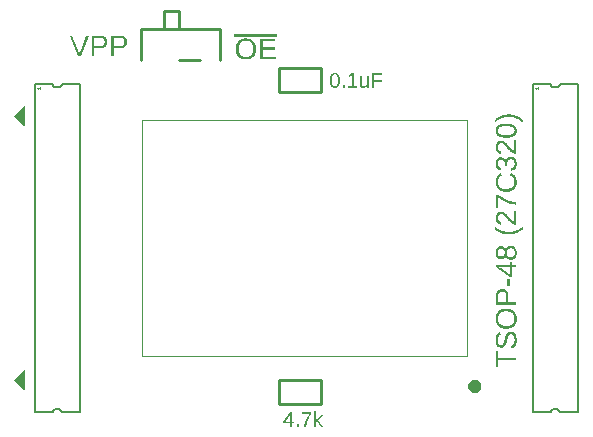
<source format=gbr>
G04 EAGLE Gerber RS-274X export*
G75*
%MOMM*%
%FSLAX34Y34*%
%LPD*%
%INSilkscreen Top*%
%IPPOS*%
%AMOC8*
5,1,8,0,0,1.08239X$1,22.5*%
G01*
G04 Define Apertures*
%ADD10C,0.609600*%
%ADD11C,0.254000*%
%ADD12C,0.203200*%
%ADD13C,0.025400*%
%ADD14C,0.100000*%
G36*
X290322Y278891D02*
X289381Y278501D01*
X280862Y287020D01*
X289381Y295539D01*
X290322Y295149D01*
X290322Y278891D01*
G37*
G36*
X290322Y502411D02*
X289381Y502021D01*
X280862Y510540D01*
X289381Y519059D01*
X290322Y518669D01*
X290322Y502411D01*
G37*
G36*
X697397Y330464D02*
X696886Y330473D01*
X696389Y330499D01*
X695906Y330544D01*
X695437Y330606D01*
X694983Y330685D01*
X694542Y330783D01*
X694116Y330898D01*
X693703Y331031D01*
X693305Y331182D01*
X692921Y331350D01*
X692551Y331536D01*
X692195Y331740D01*
X691854Y331962D01*
X691526Y332201D01*
X691213Y332459D01*
X690914Y332733D01*
X690631Y333024D01*
X690366Y333329D01*
X690120Y333647D01*
X689891Y333979D01*
X689681Y334326D01*
X689490Y334686D01*
X689316Y335060D01*
X689161Y335448D01*
X689024Y335849D01*
X688905Y336265D01*
X688805Y336695D01*
X688723Y337138D01*
X688659Y337596D01*
X688613Y338067D01*
X688586Y338552D01*
X688577Y339051D01*
X688593Y339700D01*
X688642Y340327D01*
X688724Y340931D01*
X688839Y341514D01*
X688986Y342075D01*
X689167Y342615D01*
X689380Y343132D01*
X689626Y343627D01*
X689903Y344098D01*
X690209Y344539D01*
X690546Y344953D01*
X690912Y345337D01*
X691308Y345693D01*
X691734Y346021D01*
X692189Y346320D01*
X692674Y346590D01*
X693185Y346830D01*
X693719Y347038D01*
X694276Y347214D01*
X694855Y347358D01*
X695457Y347470D01*
X696081Y347550D01*
X696728Y347599D01*
X697397Y347615D01*
X698065Y347598D01*
X698711Y347550D01*
X699336Y347469D01*
X699940Y347355D01*
X700523Y347210D01*
X701085Y347031D01*
X701626Y346821D01*
X702145Y346578D01*
X702640Y346305D01*
X703104Y346003D01*
X703540Y345674D01*
X703946Y345316D01*
X704322Y344930D01*
X704669Y344516D01*
X704986Y344073D01*
X705274Y343603D01*
X705529Y343107D01*
X705751Y342590D01*
X705939Y342051D01*
X706092Y341490D01*
X706212Y340907D01*
X706297Y340302D01*
X706348Y339675D01*
X706365Y339027D01*
X706348Y338373D01*
X706298Y337741D01*
X706214Y337133D01*
X706095Y336547D01*
X705944Y335984D01*
X705758Y335444D01*
X705539Y334927D01*
X705286Y334432D01*
X705001Y333964D01*
X704686Y333523D01*
X704341Y333112D01*
X703965Y332729D01*
X703560Y332374D01*
X703125Y332048D01*
X702659Y331751D01*
X702164Y331482D01*
X701642Y331243D01*
X701100Y331037D01*
X700536Y330862D01*
X699951Y330718D01*
X699344Y330607D01*
X698717Y330527D01*
X698068Y330480D01*
X697397Y330464D01*
G37*
%LPC*%
G36*
X697397Y332844D02*
X697799Y332850D01*
X698189Y332869D01*
X698569Y332901D01*
X698939Y332946D01*
X699298Y333004D01*
X699647Y333074D01*
X699985Y333157D01*
X700313Y333253D01*
X700630Y333362D01*
X700936Y333484D01*
X701233Y333618D01*
X701518Y333765D01*
X701794Y333925D01*
X702058Y334098D01*
X702312Y334283D01*
X702556Y334482D01*
X702787Y334691D01*
X703003Y334911D01*
X703204Y335140D01*
X703391Y335380D01*
X703562Y335629D01*
X703719Y335888D01*
X703860Y336158D01*
X703987Y336437D01*
X704099Y336726D01*
X704196Y337025D01*
X704278Y337334D01*
X704345Y337652D01*
X704397Y337981D01*
X704434Y338320D01*
X704456Y338668D01*
X704464Y339027D01*
X704457Y339396D01*
X704435Y339753D01*
X704399Y340100D01*
X704348Y340437D01*
X704284Y340762D01*
X704204Y341076D01*
X704110Y341380D01*
X704002Y341672D01*
X703880Y341954D01*
X703743Y342225D01*
X703591Y342485D01*
X703425Y342734D01*
X703245Y342972D01*
X703050Y343199D01*
X702841Y343416D01*
X702617Y343621D01*
X702381Y343815D01*
X702132Y343996D01*
X701871Y344165D01*
X701599Y344322D01*
X701314Y344466D01*
X701018Y344597D01*
X700710Y344716D01*
X700389Y344822D01*
X700057Y344916D01*
X699713Y344997D01*
X699357Y345066D01*
X698989Y345122D01*
X698609Y345166D01*
X698217Y345197D01*
X697813Y345216D01*
X697397Y345222D01*
X697000Y345216D01*
X696612Y345197D01*
X696236Y345166D01*
X695871Y345121D01*
X695516Y345065D01*
X695173Y344995D01*
X694840Y344913D01*
X694518Y344819D01*
X694206Y344712D01*
X693906Y344592D01*
X693616Y344460D01*
X693337Y344315D01*
X693070Y344157D01*
X692812Y343987D01*
X692566Y343804D01*
X692331Y343609D01*
X692108Y343402D01*
X691899Y343185D01*
X691705Y342957D01*
X691526Y342719D01*
X691360Y342471D01*
X691209Y342212D01*
X691073Y341943D01*
X690951Y341663D01*
X690843Y341373D01*
X690749Y341072D01*
X690670Y340762D01*
X690606Y340440D01*
X690555Y340109D01*
X690519Y339767D01*
X690498Y339414D01*
X690491Y339051D01*
X690498Y338686D01*
X690519Y338330D01*
X690554Y337986D01*
X690604Y337651D01*
X690668Y337328D01*
X690746Y337015D01*
X690838Y336712D01*
X690944Y336420D01*
X691065Y336138D01*
X691200Y335867D01*
X691349Y335607D01*
X691512Y335357D01*
X691689Y335118D01*
X691881Y334889D01*
X692086Y334671D01*
X692306Y334463D01*
X692539Y334267D01*
X692783Y334084D01*
X693038Y333913D01*
X693305Y333755D01*
X693584Y333609D01*
X693873Y333476D01*
X694174Y333356D01*
X694487Y333249D01*
X694811Y333154D01*
X695146Y333071D01*
X695493Y333002D01*
X695851Y332945D01*
X696220Y332901D01*
X696601Y332869D01*
X696994Y332850D01*
X697397Y332844D01*
G37*
%LPD*%
G36*
X697471Y492224D02*
X696393Y492247D01*
X695880Y492275D01*
X695384Y492315D01*
X694906Y492366D01*
X694445Y492428D01*
X694002Y492502D01*
X693576Y492587D01*
X693168Y492684D01*
X692777Y492792D01*
X692403Y492911D01*
X692047Y493042D01*
X691708Y493184D01*
X691387Y493337D01*
X691084Y493502D01*
X690797Y493678D01*
X690528Y493866D01*
X690277Y494068D01*
X690043Y494282D01*
X689826Y494510D01*
X689626Y494751D01*
X689444Y495005D01*
X689279Y495273D01*
X689132Y495553D01*
X689002Y495847D01*
X688889Y496154D01*
X688794Y496474D01*
X688715Y496807D01*
X688655Y497154D01*
X688611Y497513D01*
X688585Y497886D01*
X688577Y498272D01*
X688585Y498648D01*
X688612Y499011D01*
X688656Y499361D01*
X688717Y499699D01*
X688796Y500025D01*
X688892Y500338D01*
X689006Y500639D01*
X689138Y500927D01*
X689287Y501202D01*
X689454Y501465D01*
X689638Y501716D01*
X689840Y501954D01*
X690059Y502179D01*
X690296Y502392D01*
X690550Y502593D01*
X690822Y502781D01*
X691111Y502957D01*
X691417Y503121D01*
X691740Y503275D01*
X692079Y503417D01*
X692436Y503547D01*
X692809Y503667D01*
X693199Y503774D01*
X693607Y503871D01*
X694031Y503956D01*
X694472Y504030D01*
X694929Y504092D01*
X695404Y504144D01*
X696404Y504212D01*
X697471Y504234D01*
X698004Y504228D01*
X698522Y504211D01*
X699023Y504181D01*
X699508Y504139D01*
X699978Y504085D01*
X700431Y504020D01*
X700868Y503942D01*
X701289Y503853D01*
X701695Y503751D01*
X702084Y503638D01*
X702457Y503512D01*
X702815Y503375D01*
X703156Y503226D01*
X703481Y503065D01*
X703790Y502892D01*
X704084Y502707D01*
X704360Y502510D01*
X704618Y502302D01*
X704859Y502083D01*
X705082Y501852D01*
X705287Y501610D01*
X705474Y501357D01*
X705643Y501092D01*
X705795Y500816D01*
X705929Y500529D01*
X706045Y500230D01*
X706143Y499920D01*
X706223Y499598D01*
X706285Y499265D01*
X706330Y498921D01*
X706356Y498565D01*
X706365Y498198D01*
X706356Y497832D01*
X706330Y497476D01*
X706286Y497133D01*
X706224Y496801D01*
X706144Y496480D01*
X706046Y496171D01*
X705931Y495874D01*
X705798Y495588D01*
X705647Y495314D01*
X705479Y495052D01*
X705293Y494801D01*
X705089Y494562D01*
X704867Y494334D01*
X704628Y494118D01*
X704371Y493914D01*
X704096Y493721D01*
X703804Y493539D01*
X703496Y493370D01*
X703171Y493212D01*
X702831Y493066D01*
X702474Y492931D01*
X702100Y492809D01*
X701711Y492698D01*
X701305Y492598D01*
X700883Y492510D01*
X700444Y492434D01*
X699989Y492370D01*
X699518Y492317D01*
X699031Y492277D01*
X698527Y492247D01*
X698007Y492230D01*
X697471Y492224D01*
G37*
%LPC*%
G36*
X697471Y494457D02*
X698360Y494471D01*
X699188Y494513D01*
X699954Y494584D01*
X700658Y494682D01*
X701300Y494809D01*
X701881Y494964D01*
X702400Y495147D01*
X702857Y495358D01*
X703256Y495600D01*
X703603Y495876D01*
X703896Y496184D01*
X704136Y496525D01*
X704322Y496900D01*
X704395Y497100D01*
X704455Y497308D01*
X704502Y497524D01*
X704535Y497749D01*
X704555Y497982D01*
X704562Y498223D01*
X704555Y498463D01*
X704535Y498694D01*
X704501Y498918D01*
X704453Y499133D01*
X704392Y499340D01*
X704317Y499539D01*
X704229Y499730D01*
X704126Y499913D01*
X703881Y500254D01*
X703582Y500562D01*
X703228Y500838D01*
X702820Y501081D01*
X702355Y501294D01*
X701832Y501479D01*
X701251Y501635D01*
X700612Y501762D01*
X699914Y501862D01*
X699158Y501933D01*
X698344Y501975D01*
X697471Y501989D01*
X696568Y501976D01*
X695729Y501935D01*
X694955Y501868D01*
X694245Y501773D01*
X693599Y501651D01*
X693018Y501503D01*
X692501Y501327D01*
X692049Y501124D01*
X691655Y500891D01*
X691313Y500622D01*
X691024Y500318D01*
X690788Y499979D01*
X690604Y499605D01*
X690532Y499405D01*
X690473Y499196D01*
X690427Y498978D01*
X690394Y498751D01*
X690374Y498516D01*
X690368Y498272D01*
X690374Y498022D01*
X690394Y497781D01*
X690426Y497549D01*
X690471Y497326D01*
X690530Y497111D01*
X690601Y496906D01*
X690782Y496522D01*
X691015Y496175D01*
X691299Y495863D01*
X691636Y495586D01*
X692024Y495346D01*
X692471Y495138D01*
X692986Y494957D01*
X693566Y494804D01*
X694214Y494679D01*
X694928Y494582D01*
X695709Y494512D01*
X696557Y494471D01*
X697471Y494457D01*
G37*
%LPD*%
G36*
X701323Y388991D02*
X700908Y389006D01*
X700510Y389051D01*
X700129Y389127D01*
X699765Y389233D01*
X699418Y389369D01*
X699087Y389536D01*
X698774Y389733D01*
X698477Y389960D01*
X698203Y390211D01*
X697957Y390478D01*
X697740Y390763D01*
X697551Y391064D01*
X697390Y391382D01*
X697258Y391717D01*
X697154Y392069D01*
X697078Y392438D01*
X697029Y392438D01*
X696935Y392095D01*
X696815Y391770D01*
X696672Y391463D01*
X696505Y391176D01*
X696313Y390907D01*
X696098Y390656D01*
X695858Y390425D01*
X695594Y390211D01*
X695312Y390020D01*
X695018Y389854D01*
X694712Y389714D01*
X694395Y389599D01*
X694065Y389510D01*
X693724Y389446D01*
X693371Y389408D01*
X693005Y389395D01*
X692523Y389419D01*
X692065Y389488D01*
X691629Y389603D01*
X691217Y389765D01*
X690829Y389973D01*
X690464Y390227D01*
X690122Y390527D01*
X689804Y390874D01*
X689516Y391259D01*
X689267Y391676D01*
X689056Y392125D01*
X688883Y392605D01*
X688749Y393117D01*
X688653Y393661D01*
X688596Y394236D01*
X688577Y394842D01*
X688595Y395464D01*
X688652Y396051D01*
X688746Y396605D01*
X688877Y397126D01*
X689046Y397613D01*
X689253Y398066D01*
X689497Y398486D01*
X689779Y398873D01*
X690093Y399219D01*
X690433Y399519D01*
X690800Y399773D01*
X691193Y399981D01*
X691612Y400143D01*
X692059Y400258D01*
X692531Y400328D01*
X693030Y400351D01*
X693395Y400338D01*
X693748Y400299D01*
X694090Y400235D01*
X694419Y400145D01*
X694737Y400030D01*
X695043Y399888D01*
X695337Y399722D01*
X695619Y399529D01*
X695882Y399314D01*
X696119Y399080D01*
X696140Y399056D01*
X696331Y398828D01*
X696517Y398557D01*
X696678Y398267D01*
X696812Y397958D01*
X696921Y397630D01*
X697005Y397284D01*
X697054Y397284D01*
X697135Y397686D01*
X697243Y398066D01*
X697378Y398422D01*
X697540Y398756D01*
X697729Y399067D01*
X697945Y399354D01*
X698188Y399619D01*
X698406Y399813D01*
X698459Y399860D01*
X698751Y400076D01*
X699062Y400263D01*
X699390Y400421D01*
X699736Y400550D01*
X700100Y400651D01*
X700482Y400723D01*
X700881Y400766D01*
X701299Y400780D01*
X701594Y400774D01*
X701880Y400756D01*
X702429Y400685D01*
X702945Y400566D01*
X703427Y400400D01*
X703877Y400186D01*
X704294Y399925D01*
X704677Y399616D01*
X705028Y399259D01*
X705342Y398858D01*
X705613Y398416D01*
X705843Y397932D01*
X706031Y397407D01*
X706177Y396840D01*
X706282Y396232D01*
X706344Y395582D01*
X706365Y394892D01*
X706345Y394217D01*
X706283Y393581D01*
X706181Y392982D01*
X706037Y392421D01*
X705853Y391898D01*
X705627Y391412D01*
X705360Y390965D01*
X705053Y390555D01*
X704707Y390188D01*
X704327Y389870D01*
X703913Y389602D01*
X703464Y389382D01*
X702981Y389211D01*
X702463Y389088D01*
X702191Y389046D01*
X701910Y389015D01*
X701621Y388997D01*
X701323Y388991D01*
G37*
%LPC*%
G36*
X701139Y391272D02*
X701572Y391287D01*
X701976Y391329D01*
X702352Y391401D01*
X702701Y391500D01*
X703022Y391628D01*
X703315Y391785D01*
X703580Y391970D01*
X703817Y392183D01*
X704026Y392425D01*
X704207Y392696D01*
X704361Y392995D01*
X704486Y393322D01*
X704584Y393678D01*
X704653Y394062D01*
X704695Y394475D01*
X704709Y394916D01*
X704696Y395353D01*
X704655Y395760D01*
X704588Y396139D01*
X704493Y396489D01*
X704371Y396811D01*
X704223Y397104D01*
X704047Y397368D01*
X703844Y397603D01*
X703612Y397810D01*
X703348Y397989D01*
X703052Y398141D01*
X702723Y398265D01*
X702363Y398362D01*
X701971Y398431D01*
X701546Y398472D01*
X701090Y398486D01*
X700701Y398471D01*
X700336Y398426D01*
X699996Y398352D01*
X699681Y398247D01*
X699390Y398112D01*
X699125Y397948D01*
X698884Y397753D01*
X698667Y397529D01*
X698476Y397278D01*
X698310Y397002D01*
X698170Y396703D01*
X698055Y396379D01*
X697966Y396031D01*
X697902Y395659D01*
X697864Y395263D01*
X697851Y394842D01*
X697865Y394434D01*
X697906Y394048D01*
X697975Y393685D01*
X698071Y393346D01*
X698194Y393029D01*
X698345Y392735D01*
X698523Y392465D01*
X698729Y392217D01*
X698958Y391996D01*
X699208Y391804D01*
X699479Y391641D01*
X699770Y391509D01*
X700081Y391405D01*
X700413Y391332D01*
X700766Y391287D01*
X701139Y391272D01*
G37*
G36*
X693153Y391653D02*
X693513Y391666D01*
X693851Y391705D01*
X694167Y391771D01*
X694461Y391863D01*
X694733Y391981D01*
X694983Y392125D01*
X695210Y392296D01*
X695416Y392493D01*
X695599Y392714D01*
X695757Y392957D01*
X695891Y393221D01*
X696000Y393507D01*
X696086Y393814D01*
X696146Y394144D01*
X696183Y394494D01*
X696195Y394867D01*
X696184Y395245D01*
X696150Y395600D01*
X696094Y395931D01*
X696016Y396240D01*
X695915Y396525D01*
X695791Y396787D01*
X695646Y397025D01*
X695477Y397241D01*
X695284Y397432D01*
X695063Y397598D01*
X694814Y397738D01*
X694537Y397853D01*
X694233Y397942D01*
X693901Y398006D01*
X693541Y398044D01*
X693153Y398057D01*
X692798Y398044D01*
X692465Y398006D01*
X692156Y397944D01*
X691870Y397856D01*
X691606Y397743D01*
X691366Y397605D01*
X691148Y397441D01*
X690954Y397253D01*
X690782Y397040D01*
X690633Y396801D01*
X690507Y396537D01*
X690404Y396249D01*
X690324Y395935D01*
X690266Y395596D01*
X690232Y395232D01*
X690221Y394842D01*
X690232Y394465D01*
X690267Y394110D01*
X690324Y393778D01*
X690405Y393470D01*
X690508Y393185D01*
X690635Y392923D01*
X690784Y392684D01*
X690957Y392469D01*
X691152Y392277D01*
X691370Y392112D01*
X691611Y391971D01*
X691874Y391857D01*
X692160Y391768D01*
X692468Y391704D01*
X692799Y391666D01*
X693153Y391653D01*
G37*
%LPD*%
G36*
X706120Y350866D02*
X688834Y350866D01*
X688834Y358141D01*
X688856Y358847D01*
X688919Y359513D01*
X689026Y360137D01*
X689175Y360720D01*
X689366Y361263D01*
X689600Y361764D01*
X689877Y362224D01*
X690196Y362643D01*
X690554Y363017D01*
X690947Y363341D01*
X691374Y363615D01*
X691837Y363840D01*
X692334Y364014D01*
X692596Y364082D01*
X692867Y364139D01*
X693146Y364182D01*
X693434Y364213D01*
X693731Y364232D01*
X694036Y364238D01*
X694339Y364232D01*
X694634Y364213D01*
X694921Y364182D01*
X695200Y364138D01*
X695735Y364013D01*
X696238Y363838D01*
X696710Y363613D01*
X697151Y363338D01*
X697560Y363012D01*
X697937Y362637D01*
X698277Y362219D01*
X698571Y361765D01*
X698819Y361275D01*
X699023Y360749D01*
X699181Y360188D01*
X699294Y359591D01*
X699362Y358957D01*
X699385Y358288D01*
X699385Y353209D01*
X706120Y353209D01*
X706120Y350866D01*
G37*
%LPC*%
G36*
X697532Y353209D02*
X697532Y357957D01*
X697519Y358432D01*
X697478Y358877D01*
X697410Y359291D01*
X697315Y359675D01*
X697193Y360027D01*
X697044Y360349D01*
X696868Y360641D01*
X696664Y360901D01*
X696434Y361131D01*
X696176Y361331D01*
X695891Y361499D01*
X695579Y361637D01*
X695240Y361745D01*
X694874Y361821D01*
X694481Y361867D01*
X694061Y361883D01*
X693655Y361867D01*
X693276Y361820D01*
X692922Y361741D01*
X692595Y361631D01*
X692294Y361490D01*
X692020Y361317D01*
X691771Y361113D01*
X691549Y360877D01*
X691352Y360610D01*
X691182Y360311D01*
X691038Y359981D01*
X690921Y359619D01*
X690829Y359226D01*
X690764Y358802D01*
X690724Y358346D01*
X690711Y357859D01*
X690711Y353209D01*
X697532Y353209D01*
G37*
%LPD*%
G36*
X702207Y374507D02*
X700489Y374507D01*
X688834Y382420D01*
X688834Y384738D01*
X700464Y384738D01*
X700464Y387167D01*
X702207Y387167D01*
X702207Y384738D01*
X706120Y384738D01*
X706120Y382653D01*
X702207Y382653D01*
X702207Y374507D01*
G37*
%LPC*%
G36*
X700464Y376543D02*
X700464Y382653D01*
X691325Y382653D01*
X691975Y382309D01*
X692466Y382030D01*
X692785Y381831D01*
X699311Y377402D01*
X700219Y376739D01*
X700464Y376543D01*
G37*
%LPD*%
G36*
X701973Y313665D02*
X701520Y315934D01*
X701896Y316046D01*
X702247Y316186D01*
X702572Y316353D01*
X702871Y316548D01*
X703144Y316770D01*
X703391Y317020D01*
X703612Y317298D01*
X703808Y317603D01*
X703979Y317936D01*
X704127Y318298D01*
X704252Y318689D01*
X704355Y319109D01*
X704435Y319557D01*
X704492Y320034D01*
X704526Y320540D01*
X704537Y321075D01*
X704525Y321626D01*
X704489Y322145D01*
X704428Y322631D01*
X704343Y323085D01*
X704233Y323507D01*
X704099Y323896D01*
X703941Y324253D01*
X703758Y324577D01*
X703552Y324866D01*
X703323Y325117D01*
X703072Y325328D01*
X702797Y325502D01*
X702500Y325637D01*
X702179Y325733D01*
X701836Y325791D01*
X701470Y325810D01*
X701264Y325804D01*
X701067Y325786D01*
X700880Y325756D01*
X700704Y325713D01*
X700380Y325593D01*
X700096Y325424D01*
X699844Y325211D01*
X699615Y324959D01*
X699409Y324668D01*
X699225Y324338D01*
X699061Y323971D01*
X698909Y323571D01*
X698772Y323137D01*
X698649Y322669D01*
X698146Y320523D01*
X697919Y319560D01*
X697692Y318721D01*
X697465Y318005D01*
X697238Y317413D01*
X697004Y316910D01*
X696758Y316463D01*
X696498Y316073D01*
X696226Y315738D01*
X695935Y315449D01*
X695620Y315197D01*
X695282Y314980D01*
X694919Y314799D01*
X694531Y314657D01*
X694116Y314556D01*
X693673Y314495D01*
X693202Y314474D01*
X692928Y314481D01*
X692663Y314501D01*
X692405Y314534D01*
X692155Y314581D01*
X691913Y314640D01*
X691680Y314713D01*
X691236Y314899D01*
X690824Y315138D01*
X690444Y315430D01*
X690095Y315775D01*
X689779Y316173D01*
X689497Y316621D01*
X689253Y317115D01*
X689046Y317654D01*
X688877Y318239D01*
X688746Y318870D01*
X688652Y319547D01*
X688595Y320269D01*
X688577Y321038D01*
X688591Y321752D01*
X688633Y322423D01*
X688703Y323051D01*
X688802Y323636D01*
X688929Y324177D01*
X689084Y324675D01*
X689267Y325129D01*
X689478Y325540D01*
X689724Y325915D01*
X690009Y326261D01*
X690333Y326578D01*
X690698Y326865D01*
X691102Y327124D01*
X691545Y327353D01*
X692029Y327553D01*
X692552Y327724D01*
X692956Y325417D01*
X692625Y325312D01*
X692317Y325184D01*
X692032Y325036D01*
X691771Y324865D01*
X691534Y324674D01*
X691320Y324461D01*
X691130Y324226D01*
X690963Y323970D01*
X690818Y323690D01*
X690692Y323385D01*
X690585Y323054D01*
X690498Y322697D01*
X690430Y322315D01*
X690382Y321907D01*
X690353Y321473D01*
X690343Y321013D01*
X690354Y320510D01*
X690386Y320038D01*
X690440Y319596D01*
X690515Y319185D01*
X690612Y318805D01*
X690730Y318455D01*
X690869Y318136D01*
X691030Y317848D01*
X691213Y317592D01*
X691416Y317370D01*
X691640Y317183D01*
X691886Y317029D01*
X692153Y316910D01*
X692440Y316824D01*
X692749Y316773D01*
X693079Y316756D01*
X693274Y316763D01*
X693461Y316783D01*
X693638Y316816D01*
X693807Y316862D01*
X693968Y316922D01*
X694120Y316994D01*
X694398Y317179D01*
X694649Y317414D01*
X694879Y317696D01*
X695090Y318025D01*
X695281Y318400D01*
X695472Y318898D01*
X695685Y319593D01*
X695917Y320486D01*
X696171Y321578D01*
X696545Y323166D01*
X696753Y323941D01*
X696999Y324681D01*
X697285Y325382D01*
X697618Y326037D01*
X697806Y326343D01*
X698014Y326627D01*
X698242Y326892D01*
X698489Y327135D01*
X698758Y327355D01*
X699051Y327551D01*
X699366Y327720D01*
X699704Y327865D01*
X700069Y327980D01*
X700464Y328063D01*
X700891Y328112D01*
X701348Y328129D01*
X701643Y328121D01*
X701929Y328099D01*
X702207Y328063D01*
X702476Y328012D01*
X702737Y327946D01*
X702990Y327866D01*
X703234Y327771D01*
X703470Y327661D01*
X703697Y327537D01*
X703916Y327398D01*
X704127Y327244D01*
X704329Y327076D01*
X704708Y326696D01*
X705053Y326258D01*
X705360Y325766D01*
X705627Y325227D01*
X705853Y324640D01*
X706037Y324005D01*
X706181Y323323D01*
X706283Y322592D01*
X706345Y321814D01*
X706365Y320989D01*
X706348Y320220D01*
X706297Y319492D01*
X706211Y318806D01*
X706091Y318162D01*
X705936Y317559D01*
X705748Y316997D01*
X705525Y316477D01*
X705267Y315999D01*
X704976Y315562D01*
X704650Y315166D01*
X704290Y314812D01*
X703895Y314500D01*
X703466Y314229D01*
X703003Y313999D01*
X702505Y313811D01*
X701973Y313665D01*
G37*
G36*
X697397Y446425D02*
X696888Y446433D01*
X696392Y446460D01*
X695910Y446503D01*
X695442Y446564D01*
X694988Y446643D01*
X694549Y446739D01*
X694123Y446852D01*
X693711Y446983D01*
X693313Y447131D01*
X692929Y447297D01*
X692559Y447480D01*
X692203Y447681D01*
X691862Y447899D01*
X691534Y448134D01*
X691220Y448387D01*
X690920Y448657D01*
X690636Y448943D01*
X690371Y449242D01*
X690124Y449555D01*
X689895Y449881D01*
X689684Y450221D01*
X689492Y450574D01*
X689318Y450940D01*
X689162Y451320D01*
X689025Y451713D01*
X688906Y452119D01*
X688806Y452539D01*
X688723Y452973D01*
X688659Y453420D01*
X688613Y453880D01*
X688586Y454353D01*
X688577Y454841D01*
X688594Y455516D01*
X688644Y456164D01*
X688729Y456783D01*
X688847Y457374D01*
X688998Y457936D01*
X689184Y458470D01*
X689403Y458976D01*
X689656Y459453D01*
X689942Y459901D01*
X690261Y460318D01*
X690613Y460705D01*
X690997Y461060D01*
X691413Y461386D01*
X691862Y461680D01*
X692344Y461944D01*
X692858Y462177D01*
X693594Y459956D01*
X693228Y459795D01*
X692884Y459610D01*
X692563Y459403D01*
X692263Y459173D01*
X691986Y458920D01*
X691731Y458644D01*
X691498Y458345D01*
X691288Y458024D01*
X691101Y457684D01*
X690939Y457327D01*
X690802Y456956D01*
X690690Y456569D01*
X690603Y456166D01*
X690540Y455748D01*
X690503Y455314D01*
X690491Y454865D01*
X690498Y454511D01*
X690519Y454167D01*
X690555Y453833D01*
X690606Y453509D01*
X690671Y453195D01*
X690750Y452891D01*
X690844Y452597D01*
X690952Y452313D01*
X691075Y452039D01*
X691212Y451775D01*
X691363Y451521D01*
X691529Y451277D01*
X691709Y451042D01*
X691904Y450818D01*
X692113Y450604D01*
X692337Y450399D01*
X692820Y450026D01*
X693077Y449857D01*
X693346Y449702D01*
X693624Y449558D01*
X693914Y449428D01*
X694214Y449309D01*
X694525Y449203D01*
X694847Y449110D01*
X695179Y449029D01*
X695522Y448960D01*
X695876Y448904D01*
X696240Y448861D01*
X696615Y448830D01*
X697001Y448811D01*
X697397Y448805D01*
X697790Y448811D01*
X698172Y448831D01*
X698545Y448863D01*
X698908Y448909D01*
X699262Y448967D01*
X699605Y449038D01*
X699939Y449123D01*
X700264Y449220D01*
X700578Y449331D01*
X700883Y449454D01*
X701178Y449590D01*
X701463Y449740D01*
X701739Y449902D01*
X702005Y450077D01*
X702507Y450467D01*
X702741Y450679D01*
X702960Y450901D01*
X703164Y451132D01*
X703352Y451371D01*
X703526Y451620D01*
X703685Y451878D01*
X703828Y452146D01*
X703956Y452422D01*
X704069Y452708D01*
X704168Y453003D01*
X704251Y453306D01*
X704319Y453619D01*
X704371Y453942D01*
X704409Y454273D01*
X704432Y454614D01*
X704439Y454963D01*
X704425Y455410D01*
X704383Y455843D01*
X704313Y456262D01*
X704215Y456666D01*
X704088Y457057D01*
X703934Y457433D01*
X703751Y457795D01*
X703541Y458144D01*
X703302Y458478D01*
X703035Y458798D01*
X702740Y459104D01*
X702417Y459396D01*
X702066Y459674D01*
X701687Y459937D01*
X701280Y460187D01*
X700845Y460422D01*
X701802Y462336D01*
X702343Y462056D01*
X702851Y461749D01*
X703326Y461414D01*
X703768Y461053D01*
X704176Y460664D01*
X704550Y460249D01*
X704892Y459806D01*
X705200Y459337D01*
X705473Y458844D01*
X705710Y458332D01*
X705910Y457800D01*
X706074Y457250D01*
X706201Y456679D01*
X706293Y456090D01*
X706347Y455481D01*
X706365Y454853D01*
X706348Y454211D01*
X706298Y453590D01*
X706213Y452992D01*
X706094Y452416D01*
X705941Y451862D01*
X705755Y451330D01*
X705534Y450820D01*
X705280Y450332D01*
X704994Y449869D01*
X704679Y449435D01*
X704334Y449029D01*
X703961Y448651D01*
X703558Y448302D01*
X703127Y447981D01*
X702666Y447689D01*
X702176Y447424D01*
X701660Y447190D01*
X701120Y446987D01*
X700558Y446815D01*
X699972Y446675D01*
X699363Y446565D01*
X698731Y446487D01*
X698076Y446440D01*
X697397Y446425D01*
G37*
G36*
X701679Y464262D02*
X701470Y466544D01*
X701842Y466610D01*
X702189Y466699D01*
X702513Y466811D01*
X702812Y466945D01*
X703088Y467101D01*
X703339Y467280D01*
X703567Y467482D01*
X703771Y467706D01*
X703950Y467953D01*
X704106Y468222D01*
X704238Y468514D01*
X704346Y468828D01*
X704430Y469165D01*
X704490Y469524D01*
X704525Y469906D01*
X704537Y470310D01*
X704525Y470716D01*
X704486Y471099D01*
X704422Y471460D01*
X704332Y471799D01*
X704216Y472115D01*
X704075Y472409D01*
X703908Y472680D01*
X703715Y472929D01*
X703498Y473152D01*
X703255Y473345D01*
X702987Y473509D01*
X702694Y473642D01*
X702377Y473746D01*
X702034Y473821D01*
X701667Y473865D01*
X701274Y473880D01*
X700931Y473863D01*
X700607Y473812D01*
X700303Y473727D01*
X700018Y473609D01*
X699753Y473456D01*
X699506Y473269D01*
X699280Y473049D01*
X699072Y472794D01*
X698887Y472508D01*
X698726Y472191D01*
X698590Y471845D01*
X698479Y471468D01*
X698392Y471061D01*
X698330Y470624D01*
X698293Y470157D01*
X698281Y469660D01*
X698281Y468409D01*
X696367Y468409D01*
X696367Y469611D01*
X696355Y470052D01*
X696317Y470468D01*
X696256Y470858D01*
X696169Y471223D01*
X696058Y471562D01*
X695922Y471875D01*
X695761Y472164D01*
X695576Y472426D01*
X695368Y472661D01*
X695142Y472864D01*
X694897Y473036D01*
X694633Y473176D01*
X694349Y473286D01*
X694047Y473364D01*
X693726Y473411D01*
X693386Y473426D01*
X693048Y473413D01*
X692729Y473375D01*
X692428Y473311D01*
X692145Y473222D01*
X691881Y473107D01*
X691634Y472967D01*
X691406Y472802D01*
X691196Y472610D01*
X691008Y472394D01*
X690844Y472153D01*
X690706Y471887D01*
X690593Y471597D01*
X690505Y471281D01*
X690443Y470941D01*
X690405Y470577D01*
X690392Y470187D01*
X690404Y469831D01*
X690439Y469492D01*
X690498Y469171D01*
X690579Y468867D01*
X690685Y468581D01*
X690813Y468312D01*
X690965Y468060D01*
X691141Y467826D01*
X691337Y467612D01*
X691553Y467422D01*
X691788Y467256D01*
X692042Y467113D01*
X692316Y466993D01*
X692608Y466898D01*
X692920Y466825D01*
X693251Y466777D01*
X693079Y464556D01*
X692563Y464638D01*
X692076Y464758D01*
X691618Y464919D01*
X691190Y465119D01*
X690790Y465359D01*
X690420Y465639D01*
X690079Y465958D01*
X689767Y466317D01*
X689488Y466709D01*
X689246Y467128D01*
X689042Y467575D01*
X688874Y468048D01*
X688744Y468549D01*
X688651Y469076D01*
X688595Y469630D01*
X688577Y470212D01*
X688596Y470844D01*
X688652Y471440D01*
X688747Y472000D01*
X688879Y472523D01*
X689049Y473010D01*
X689256Y473461D01*
X689502Y473876D01*
X689785Y474254D01*
X690102Y474592D01*
X690449Y474885D01*
X690825Y475133D01*
X691231Y475335D01*
X691667Y475493D01*
X692133Y475606D01*
X692628Y475673D01*
X693153Y475696D01*
X693557Y475681D01*
X693942Y475638D01*
X694308Y475565D01*
X694654Y475464D01*
X694981Y475334D01*
X695288Y475175D01*
X695577Y474987D01*
X695846Y474770D01*
X696094Y474525D01*
X696322Y474254D01*
X696529Y473957D01*
X696715Y473633D01*
X696880Y473283D01*
X697024Y472907D01*
X697148Y472505D01*
X697250Y472077D01*
X697299Y472077D01*
X697365Y472548D01*
X697459Y472992D01*
X697580Y473410D01*
X697729Y473800D01*
X697905Y474164D01*
X698109Y474501D01*
X698341Y474811D01*
X698600Y475095D01*
X698881Y475348D01*
X699181Y475567D01*
X699498Y475752D01*
X699833Y475904D01*
X700185Y476022D01*
X700555Y476107D01*
X700943Y476157D01*
X701348Y476174D01*
X701643Y476168D01*
X701929Y476150D01*
X702476Y476079D01*
X702990Y475960D01*
X703470Y475794D01*
X703916Y475580D01*
X704329Y475319D01*
X704708Y475010D01*
X705053Y474653D01*
X705360Y474252D01*
X705627Y473811D01*
X705853Y473329D01*
X706037Y472807D01*
X706181Y472243D01*
X706283Y471640D01*
X706345Y470995D01*
X706365Y470310D01*
X706347Y469670D01*
X706291Y469064D01*
X706199Y468490D01*
X706069Y467950D01*
X705903Y467443D01*
X705699Y466969D01*
X705459Y466528D01*
X705182Y466121D01*
X704868Y465749D01*
X704519Y465418D01*
X704134Y465126D01*
X703714Y464874D01*
X703258Y464661D01*
X702767Y464488D01*
X702241Y464355D01*
X701679Y464262D01*
G37*
G36*
X706120Y418475D02*
X704562Y418475D01*
X703865Y418805D01*
X703211Y419170D01*
X702599Y419569D01*
X702029Y420002D01*
X701493Y420459D01*
X700983Y420927D01*
X700499Y421407D01*
X700041Y421898D01*
X699184Y422887D01*
X698391Y423867D01*
X697631Y424794D01*
X696870Y425627D01*
X696485Y426001D01*
X696091Y426337D01*
X695688Y426636D01*
X695275Y426897D01*
X695063Y427010D01*
X694844Y427109D01*
X694618Y427192D01*
X694386Y427260D01*
X694146Y427313D01*
X693900Y427351D01*
X693646Y427374D01*
X693386Y427381D01*
X693040Y427368D01*
X692714Y427329D01*
X692408Y427264D01*
X692122Y427173D01*
X691856Y427056D01*
X691610Y426912D01*
X691384Y426743D01*
X691178Y426547D01*
X690994Y426329D01*
X690834Y426089D01*
X690699Y425830D01*
X690589Y425550D01*
X690503Y425250D01*
X690441Y424930D01*
X690405Y424590D01*
X690392Y424229D01*
X690404Y423884D01*
X690440Y423554D01*
X690500Y423240D01*
X690584Y422942D01*
X690692Y422659D01*
X690824Y422392D01*
X690979Y422140D01*
X691159Y421904D01*
X691360Y421687D01*
X691581Y421494D01*
X691821Y421324D01*
X692081Y421178D01*
X692360Y421056D01*
X692658Y420957D01*
X692975Y420882D01*
X693312Y420830D01*
X693104Y418573D01*
X692599Y418654D01*
X692120Y418775D01*
X691668Y418936D01*
X691242Y419136D01*
X690843Y419376D01*
X690470Y419655D01*
X690123Y419975D01*
X689804Y420333D01*
X689516Y420726D01*
X689267Y421145D01*
X689056Y421591D01*
X688883Y422065D01*
X688749Y422565D01*
X688653Y423093D01*
X688596Y423647D01*
X688577Y424229D01*
X688596Y424863D01*
X688654Y425460D01*
X688750Y426018D01*
X688885Y426540D01*
X689058Y427023D01*
X689270Y427469D01*
X689521Y427876D01*
X689810Y428246D01*
X690134Y428576D01*
X690491Y428861D01*
X690880Y429102D01*
X691302Y429300D01*
X691756Y429454D01*
X692242Y429563D01*
X692761Y429629D01*
X693312Y429651D01*
X693563Y429644D01*
X693814Y429622D01*
X694065Y429586D01*
X694315Y429536D01*
X694814Y429392D01*
X695312Y429191D01*
X695809Y428933D01*
X696306Y428619D01*
X696802Y428249D01*
X697299Y427823D01*
X697864Y427266D01*
X698566Y426501D01*
X699404Y425530D01*
X700379Y424351D01*
X700941Y423682D01*
X701475Y423085D01*
X701981Y422559D01*
X702458Y422106D01*
X702917Y421718D01*
X703367Y421389D01*
X703809Y421117D01*
X704243Y420904D01*
X704243Y429921D01*
X706120Y429921D01*
X706120Y418475D01*
G37*
G36*
X706120Y478537D02*
X704562Y478537D01*
X703865Y478867D01*
X703211Y479232D01*
X702599Y479631D01*
X702029Y480065D01*
X701493Y480521D01*
X700983Y480989D01*
X700499Y481469D01*
X700041Y481960D01*
X699184Y482949D01*
X698391Y483929D01*
X697631Y484857D01*
X696870Y485690D01*
X696485Y486063D01*
X696091Y486400D01*
X695688Y486698D01*
X695275Y486959D01*
X695063Y487073D01*
X694844Y487171D01*
X694618Y487255D01*
X694386Y487323D01*
X694146Y487376D01*
X693900Y487414D01*
X693646Y487436D01*
X693386Y487444D01*
X693040Y487431D01*
X692714Y487392D01*
X692408Y487327D01*
X692122Y487235D01*
X691856Y487118D01*
X691610Y486975D01*
X691384Y486805D01*
X691178Y486610D01*
X690994Y486391D01*
X690834Y486152D01*
X690699Y485893D01*
X690589Y485613D01*
X690503Y485313D01*
X690441Y484993D01*
X690405Y484652D01*
X690392Y484291D01*
X690404Y483946D01*
X690440Y483617D01*
X690500Y483303D01*
X690584Y483004D01*
X690692Y482722D01*
X690824Y482454D01*
X690979Y482203D01*
X691159Y481966D01*
X691360Y481750D01*
X691581Y481556D01*
X691821Y481387D01*
X692081Y481241D01*
X692360Y481119D01*
X692658Y481020D01*
X692975Y480944D01*
X693312Y480893D01*
X693104Y478636D01*
X692599Y478717D01*
X692120Y478838D01*
X691668Y478998D01*
X691242Y479198D01*
X690843Y479438D01*
X690470Y479718D01*
X690123Y480037D01*
X689804Y480396D01*
X689516Y480788D01*
X689267Y481208D01*
X689056Y481654D01*
X688883Y482127D01*
X688749Y482628D01*
X688653Y483155D01*
X688596Y483710D01*
X688577Y484291D01*
X688596Y484925D01*
X688654Y485522D01*
X688750Y486081D01*
X688885Y486602D01*
X689058Y487085D01*
X689270Y487531D01*
X689521Y487939D01*
X689810Y488309D01*
X690134Y488638D01*
X690491Y488923D01*
X690880Y489165D01*
X691302Y489362D01*
X691756Y489516D01*
X692242Y489626D01*
X692761Y489692D01*
X693312Y489714D01*
X693563Y489706D01*
X693814Y489685D01*
X694065Y489649D01*
X694315Y489599D01*
X694814Y489455D01*
X695312Y489254D01*
X695809Y488996D01*
X696306Y488682D01*
X696802Y488312D01*
X697299Y487886D01*
X697864Y487328D01*
X698566Y486564D01*
X699404Y485592D01*
X700379Y484414D01*
X700941Y483744D01*
X701475Y483147D01*
X701981Y482622D01*
X702458Y482169D01*
X702917Y481781D01*
X703367Y481451D01*
X703809Y481180D01*
X704243Y480966D01*
X704243Y489983D01*
X706120Y489983D01*
X706120Y478537D01*
G37*
G36*
X690748Y297744D02*
X688834Y297744D01*
X688834Y311951D01*
X690748Y311951D01*
X690748Y306013D01*
X706120Y306013D01*
X706120Y303682D01*
X690748Y303682D01*
X690748Y297744D01*
G37*
G36*
X690711Y432468D02*
X688834Y432468D01*
X688834Y443890D01*
X690625Y443890D01*
X692540Y442662D01*
X694235Y441629D01*
X695711Y440791D01*
X696367Y440445D01*
X696968Y440148D01*
X698111Y439636D01*
X698680Y439406D01*
X699247Y439193D01*
X699812Y438996D01*
X700375Y438817D01*
X700936Y438655D01*
X701495Y438510D01*
X702056Y438382D01*
X702621Y438271D01*
X703192Y438177D01*
X703768Y438101D01*
X704348Y438041D01*
X704934Y437998D01*
X705524Y437973D01*
X706120Y437964D01*
X706120Y435658D01*
X705286Y435680D01*
X704442Y435746D01*
X703587Y435855D01*
X702720Y436009D01*
X701843Y436207D01*
X700955Y436448D01*
X700056Y436733D01*
X699146Y437063D01*
X698213Y437443D01*
X697245Y437883D01*
X696243Y438381D01*
X695206Y438938D01*
X694134Y439554D01*
X693028Y440229D01*
X691887Y440963D01*
X690711Y441755D01*
X690711Y432468D01*
G37*
G36*
X711322Y505358D02*
X710673Y505916D01*
X710016Y506434D01*
X709351Y506914D01*
X708676Y507355D01*
X707993Y507757D01*
X707302Y508121D01*
X706602Y508446D01*
X705893Y508732D01*
X705171Y508982D01*
X704431Y509199D01*
X703674Y509383D01*
X702898Y509533D01*
X702105Y509649D01*
X701294Y509733D01*
X700465Y509783D01*
X699618Y509800D01*
X698771Y509783D01*
X697942Y509732D01*
X697130Y509649D01*
X696336Y509531D01*
X695560Y509380D01*
X694801Y509196D01*
X694060Y508978D01*
X693337Y508726D01*
X692627Y508439D01*
X691926Y508113D01*
X691234Y507749D01*
X690552Y507347D01*
X689879Y506907D01*
X689215Y506429D01*
X688560Y505913D01*
X687914Y505358D01*
X687914Y507493D01*
X688545Y508054D01*
X689186Y508577D01*
X689837Y509061D01*
X690498Y509508D01*
X691170Y509917D01*
X691851Y510288D01*
X692543Y510621D01*
X693245Y510916D01*
X693962Y511175D01*
X694702Y511399D01*
X695463Y511589D01*
X696246Y511744D01*
X697050Y511865D01*
X697876Y511951D01*
X698724Y512003D01*
X699593Y512020D01*
X699642Y512020D01*
X700518Y512003D01*
X701370Y511951D01*
X702200Y511864D01*
X703007Y511742D01*
X703792Y511586D01*
X704554Y511396D01*
X705293Y511170D01*
X706010Y510910D01*
X706710Y510614D01*
X707400Y510280D01*
X708079Y509909D01*
X708748Y509500D01*
X709407Y509055D01*
X710056Y508572D01*
X710694Y508051D01*
X711322Y507493D01*
X711322Y505358D01*
G37*
G36*
X699642Y410394D02*
X699593Y410394D01*
X698718Y410412D01*
X697866Y410464D01*
X697036Y410550D01*
X696229Y410672D01*
X695444Y410828D01*
X694682Y411019D01*
X693943Y411244D01*
X693226Y411505D01*
X692526Y411801D01*
X691836Y412134D01*
X691157Y412505D01*
X690487Y412914D01*
X689829Y413360D01*
X689180Y413843D01*
X688542Y414363D01*
X687914Y414921D01*
X687914Y417056D01*
X688557Y416501D01*
X689210Y415985D01*
X689873Y415507D01*
X690546Y415067D01*
X691229Y414665D01*
X691921Y414301D01*
X692624Y413976D01*
X693337Y413688D01*
X694063Y413437D01*
X694806Y413219D01*
X695566Y413034D01*
X696342Y412883D01*
X697136Y412766D01*
X697946Y412682D01*
X698774Y412632D01*
X699618Y412615D01*
X700459Y412631D01*
X701283Y412681D01*
X702091Y412764D01*
X702881Y412880D01*
X703655Y413029D01*
X704412Y413212D01*
X705152Y413427D01*
X705875Y413676D01*
X706585Y413961D01*
X707287Y414285D01*
X707981Y414649D01*
X708666Y415052D01*
X709342Y415494D01*
X710011Y415975D01*
X710670Y416496D01*
X711322Y417056D01*
X711322Y414921D01*
X710691Y414361D01*
X710050Y413838D01*
X709399Y413353D01*
X708738Y412906D01*
X708066Y412497D01*
X707385Y412126D01*
X706693Y411793D01*
X705991Y411498D01*
X705273Y411240D01*
X704534Y411015D01*
X703773Y410826D01*
X702990Y410670D01*
X702186Y410550D01*
X701360Y410463D01*
X700512Y410412D01*
X699642Y410394D01*
G37*
G36*
X700428Y366671D02*
X698465Y366671D01*
X698465Y372805D01*
X700428Y372805D01*
X700428Y366671D01*
G37*
G36*
X348814Y561340D02*
X346471Y561340D01*
X346471Y578626D01*
X353746Y578626D01*
X354452Y578604D01*
X355118Y578541D01*
X355742Y578434D01*
X356325Y578285D01*
X356868Y578094D01*
X357369Y577860D01*
X357829Y577583D01*
X358248Y577264D01*
X358622Y576906D01*
X358946Y576513D01*
X359220Y576086D01*
X359445Y575623D01*
X359619Y575126D01*
X359687Y574864D01*
X359744Y574593D01*
X359787Y574314D01*
X359818Y574026D01*
X359837Y573729D01*
X359843Y573424D01*
X359837Y573121D01*
X359818Y572826D01*
X359787Y572539D01*
X359743Y572260D01*
X359618Y571725D01*
X359443Y571222D01*
X359218Y570750D01*
X358943Y570309D01*
X358617Y569900D01*
X358242Y569523D01*
X357824Y569184D01*
X357370Y568889D01*
X356880Y568641D01*
X356354Y568437D01*
X355793Y568279D01*
X355196Y568166D01*
X354562Y568098D01*
X353893Y568075D01*
X348814Y568075D01*
X348814Y561340D01*
G37*
%LPC*%
G36*
X353562Y569928D02*
X354037Y569941D01*
X354482Y569982D01*
X354896Y570050D01*
X355280Y570145D01*
X355632Y570267D01*
X355954Y570416D01*
X356246Y570592D01*
X356506Y570796D01*
X356736Y571026D01*
X356936Y571284D01*
X357104Y571569D01*
X357242Y571881D01*
X357350Y572220D01*
X357426Y572586D01*
X357472Y572979D01*
X357488Y573400D01*
X357472Y573805D01*
X357425Y574184D01*
X357346Y574538D01*
X357236Y574865D01*
X357095Y575166D01*
X356922Y575440D01*
X356718Y575689D01*
X356482Y575911D01*
X356215Y576108D01*
X355916Y576278D01*
X355586Y576422D01*
X355224Y576539D01*
X354831Y576631D01*
X354407Y576696D01*
X353951Y576736D01*
X353464Y576749D01*
X348814Y576749D01*
X348814Y569928D01*
X353562Y569928D01*
G37*
%LPD*%
G36*
X365564Y561340D02*
X363221Y561340D01*
X363221Y578626D01*
X370496Y578626D01*
X371202Y578604D01*
X371868Y578541D01*
X372492Y578434D01*
X373075Y578285D01*
X373618Y578094D01*
X374119Y577860D01*
X374579Y577583D01*
X374998Y577264D01*
X375372Y576906D01*
X375696Y576513D01*
X375970Y576086D01*
X376195Y575623D01*
X376369Y575126D01*
X376437Y574864D01*
X376494Y574593D01*
X376537Y574314D01*
X376568Y574026D01*
X376587Y573729D01*
X376593Y573424D01*
X376587Y573121D01*
X376568Y572826D01*
X376537Y572539D01*
X376493Y572260D01*
X376368Y571725D01*
X376193Y571222D01*
X375968Y570750D01*
X375693Y570309D01*
X375367Y569900D01*
X374992Y569523D01*
X374574Y569184D01*
X374120Y568889D01*
X373630Y568641D01*
X373104Y568437D01*
X372543Y568279D01*
X371946Y568166D01*
X371312Y568098D01*
X370643Y568075D01*
X365564Y568075D01*
X365564Y561340D01*
G37*
%LPC*%
G36*
X370312Y569928D02*
X370787Y569941D01*
X371232Y569982D01*
X371646Y570050D01*
X372030Y570145D01*
X372382Y570267D01*
X372704Y570416D01*
X372996Y570592D01*
X373256Y570796D01*
X373486Y571026D01*
X373686Y571284D01*
X373854Y571569D01*
X373992Y571881D01*
X374100Y572220D01*
X374176Y572586D01*
X374222Y572979D01*
X374238Y573400D01*
X374222Y573805D01*
X374175Y574184D01*
X374096Y574538D01*
X373986Y574865D01*
X373845Y575166D01*
X373672Y575440D01*
X373468Y575689D01*
X373232Y575911D01*
X372965Y576108D01*
X372666Y576278D01*
X372336Y576422D01*
X371974Y576539D01*
X371581Y576631D01*
X371157Y576696D01*
X370701Y576736D01*
X370214Y576749D01*
X365564Y576749D01*
X365564Y569928D01*
X370312Y569928D01*
G37*
%LPD*%
G36*
X337254Y561340D02*
X334825Y561340D01*
X327770Y578626D01*
X330236Y578626D01*
X335021Y566456D01*
X336051Y563401D01*
X337082Y566456D01*
X341842Y578626D01*
X344308Y578626D01*
X337254Y561340D01*
G37*
G36*
X477113Y558555D02*
X476459Y558572D01*
X475828Y558622D01*
X475219Y558706D01*
X474633Y558825D01*
X474071Y558976D01*
X473530Y559162D01*
X473013Y559381D01*
X472519Y559634D01*
X472050Y559919D01*
X471610Y560234D01*
X471198Y560579D01*
X470815Y560955D01*
X470460Y561360D01*
X470134Y561795D01*
X469837Y562261D01*
X469568Y562756D01*
X469330Y563278D01*
X469123Y563820D01*
X468948Y564384D01*
X468805Y564969D01*
X468693Y565576D01*
X468614Y566203D01*
X468566Y566852D01*
X468550Y567523D01*
X468559Y568034D01*
X468585Y568531D01*
X468630Y569014D01*
X468692Y569483D01*
X468772Y569938D01*
X468869Y570378D01*
X468984Y570805D01*
X469117Y571217D01*
X469268Y571615D01*
X469437Y571999D01*
X469623Y572369D01*
X469827Y572725D01*
X470048Y573066D01*
X470288Y573394D01*
X470545Y573707D01*
X470820Y574006D01*
X471110Y574289D01*
X471415Y574554D01*
X471733Y574801D01*
X472066Y575029D01*
X472412Y575239D01*
X472772Y575430D01*
X473146Y575604D01*
X473534Y575759D01*
X473936Y575896D01*
X474351Y576015D01*
X474781Y576115D01*
X475225Y576197D01*
X475682Y576261D01*
X476153Y576307D01*
X476639Y576334D01*
X477138Y576343D01*
X477786Y576327D01*
X478413Y576278D01*
X479018Y576196D01*
X479600Y576081D01*
X480162Y575934D01*
X480701Y575753D01*
X481218Y575540D01*
X481714Y575294D01*
X482184Y575017D01*
X482626Y574711D01*
X483039Y574374D01*
X483423Y574008D01*
X483780Y573612D01*
X484107Y573186D01*
X484406Y572731D01*
X484676Y572246D01*
X484916Y571735D01*
X485125Y571201D01*
X485301Y570644D01*
X485445Y570065D01*
X485557Y569463D01*
X485637Y568839D01*
X485685Y568192D01*
X485701Y567523D01*
X485685Y566855D01*
X485636Y566209D01*
X485555Y565584D01*
X485442Y564980D01*
X485296Y564397D01*
X485118Y563835D01*
X484907Y563295D01*
X484664Y562775D01*
X484391Y562280D01*
X484089Y561816D01*
X483760Y561380D01*
X483402Y560975D01*
X483016Y560598D01*
X482602Y560251D01*
X482160Y559934D01*
X481689Y559646D01*
X481194Y559391D01*
X480676Y559169D01*
X480137Y558981D01*
X479576Y558828D01*
X478993Y558708D01*
X478388Y558623D01*
X477762Y558572D01*
X477113Y558555D01*
G37*
%LPC*%
G36*
X477113Y560456D02*
X477482Y560463D01*
X477840Y560485D01*
X478187Y560521D01*
X478523Y560572D01*
X478848Y560636D01*
X479162Y560716D01*
X479466Y560810D01*
X479758Y560918D01*
X480040Y561040D01*
X480311Y561177D01*
X480571Y561329D01*
X480820Y561495D01*
X481058Y561675D01*
X481286Y561870D01*
X481502Y562079D01*
X481708Y562303D01*
X481901Y562539D01*
X482083Y562788D01*
X482252Y563049D01*
X482408Y563321D01*
X482552Y563606D01*
X482683Y563902D01*
X482802Y564210D01*
X482908Y564531D01*
X483002Y564863D01*
X483083Y565207D01*
X483152Y565563D01*
X483208Y565931D01*
X483252Y566311D01*
X483283Y566703D01*
X483302Y567107D01*
X483308Y567523D01*
X483302Y567920D01*
X483283Y568308D01*
X483252Y568684D01*
X483208Y569049D01*
X483151Y569404D01*
X483082Y569748D01*
X483000Y570080D01*
X482905Y570403D01*
X482798Y570714D01*
X482678Y571014D01*
X482546Y571304D01*
X482401Y571583D01*
X482243Y571850D01*
X482073Y572108D01*
X481891Y572354D01*
X481695Y572589D01*
X481488Y572812D01*
X481271Y573021D01*
X481043Y573215D01*
X480805Y573394D01*
X480557Y573560D01*
X480298Y573711D01*
X480029Y573847D01*
X479749Y573969D01*
X479459Y574077D01*
X479159Y574171D01*
X478848Y574250D01*
X478527Y574315D01*
X478195Y574365D01*
X477853Y574401D01*
X477500Y574422D01*
X477138Y574430D01*
X476772Y574422D01*
X476417Y574401D01*
X476072Y574366D01*
X475738Y574316D01*
X475414Y574252D01*
X475101Y574174D01*
X474798Y574082D01*
X474506Y573976D01*
X474225Y573855D01*
X473954Y573720D01*
X473693Y573571D01*
X473443Y573408D01*
X473204Y573231D01*
X472975Y573039D01*
X472757Y572834D01*
X472549Y572614D01*
X472353Y572381D01*
X472170Y572137D01*
X471999Y571882D01*
X471841Y571615D01*
X471695Y571336D01*
X471563Y571047D01*
X471442Y570746D01*
X471335Y570433D01*
X471240Y570109D01*
X471158Y569774D01*
X471088Y569427D01*
X471031Y569069D01*
X470987Y568700D01*
X470955Y568319D01*
X470936Y567926D01*
X470930Y567523D01*
X470936Y567121D01*
X470956Y566731D01*
X470988Y566351D01*
X471032Y565981D01*
X471090Y565622D01*
X471160Y565273D01*
X471243Y564935D01*
X471339Y564607D01*
X471448Y564290D01*
X471570Y563984D01*
X471704Y563687D01*
X471851Y563402D01*
X472011Y563126D01*
X472184Y562862D01*
X472369Y562608D01*
X472568Y562364D01*
X472777Y562133D01*
X472997Y561917D01*
X473227Y561716D01*
X473466Y561529D01*
X473715Y561358D01*
X473975Y561201D01*
X474244Y561060D01*
X474523Y560933D01*
X474812Y560821D01*
X475111Y560724D01*
X475420Y560642D01*
X475739Y560575D01*
X476067Y560523D01*
X476406Y560486D01*
X476755Y560464D01*
X477113Y560456D01*
G37*
%LPD*%
G36*
X502570Y558800D02*
X488952Y558800D01*
X488952Y576086D01*
X502067Y576086D01*
X502067Y574172D01*
X491295Y574172D01*
X491295Y568627D01*
X501331Y568627D01*
X501331Y566737D01*
X491295Y566737D01*
X491295Y560714D01*
X502570Y560714D01*
X502570Y558800D01*
G37*
G36*
X503641Y577878D02*
X467360Y577878D01*
X467360Y579722D01*
X503641Y579722D01*
X503641Y577878D01*
G37*
G36*
X552336Y534495D02*
X552074Y534501D01*
X551821Y534520D01*
X551575Y534552D01*
X551338Y534596D01*
X550889Y534723D01*
X550473Y534900D01*
X550090Y535128D01*
X549740Y535406D01*
X549423Y535735D01*
X549139Y536115D01*
X548889Y536544D01*
X548672Y537018D01*
X548488Y537540D01*
X548338Y538108D01*
X548221Y538722D01*
X548137Y539383D01*
X548087Y540091D01*
X548071Y540845D01*
X548087Y541615D01*
X548136Y542335D01*
X548217Y543005D01*
X548330Y543626D01*
X548476Y544196D01*
X548654Y544717D01*
X548865Y545188D01*
X549109Y545609D01*
X549387Y545981D01*
X549703Y546303D01*
X550056Y546575D01*
X550448Y546798D01*
X550876Y546972D01*
X551105Y547040D01*
X551343Y547096D01*
X551590Y547139D01*
X551847Y547170D01*
X552113Y547189D01*
X552389Y547195D01*
X552657Y547188D01*
X552916Y547170D01*
X553166Y547138D01*
X553408Y547095D01*
X553640Y547038D01*
X553864Y546969D01*
X554284Y546794D01*
X554668Y546569D01*
X555017Y546293D01*
X555330Y545968D01*
X555607Y545592D01*
X555851Y545167D01*
X556061Y544694D01*
X556240Y544173D01*
X556386Y543604D01*
X556499Y542986D01*
X556580Y542321D01*
X556629Y541607D01*
X556645Y540845D01*
X556628Y540095D01*
X556577Y539390D01*
X556492Y538732D01*
X556373Y538119D01*
X556219Y537551D01*
X556032Y537030D01*
X555810Y536554D01*
X555555Y536124D01*
X555266Y535742D01*
X554945Y535411D01*
X554591Y535131D01*
X554205Y534902D01*
X553786Y534724D01*
X553335Y534597D01*
X553098Y534552D01*
X552852Y534520D01*
X552598Y534501D01*
X552336Y534495D01*
G37*
%LPC*%
G36*
X552354Y535782D02*
X552690Y535802D01*
X553003Y535860D01*
X553293Y535957D01*
X553560Y536093D01*
X553804Y536268D01*
X554024Y536482D01*
X554221Y536735D01*
X554394Y537026D01*
X554546Y537358D01*
X554678Y537731D01*
X554789Y538146D01*
X554880Y538603D01*
X554951Y539101D01*
X555002Y539640D01*
X555032Y540222D01*
X555042Y540845D01*
X555033Y541490D01*
X555004Y542088D01*
X554956Y542641D01*
X554888Y543148D01*
X554801Y543609D01*
X554695Y544024D01*
X554570Y544393D01*
X554425Y544716D01*
X554258Y544997D01*
X554066Y545241D01*
X553849Y545447D01*
X553607Y545616D01*
X553340Y545747D01*
X553048Y545841D01*
X552731Y545897D01*
X552389Y545916D01*
X552038Y545897D01*
X551713Y545842D01*
X551413Y545750D01*
X551139Y545620D01*
X550891Y545454D01*
X550668Y545251D01*
X550471Y545011D01*
X550300Y544734D01*
X550151Y544414D01*
X550022Y544047D01*
X549913Y543632D01*
X549823Y543170D01*
X549754Y542660D01*
X549704Y542103D01*
X549675Y541498D01*
X549665Y540845D01*
X549675Y540210D01*
X549705Y539619D01*
X549755Y539072D01*
X549826Y538570D01*
X549916Y538111D01*
X550027Y537697D01*
X550158Y537326D01*
X550308Y537000D01*
X550481Y536714D01*
X550678Y536467D01*
X550898Y536258D01*
X551142Y536087D01*
X551409Y535954D01*
X551700Y535858D01*
X552015Y535801D01*
X552354Y535782D01*
G37*
%LPD*%
G36*
X585389Y534670D02*
X583716Y534670D01*
X583716Y547011D01*
X592484Y547011D01*
X592484Y545644D01*
X585389Y545644D01*
X585389Y541055D01*
X592274Y541055D01*
X592274Y539671D01*
X585389Y539671D01*
X585389Y534670D01*
G37*
G36*
X576445Y534495D02*
X576069Y534507D01*
X575718Y534543D01*
X575394Y534604D01*
X575095Y534689D01*
X574823Y534798D01*
X574577Y534931D01*
X574357Y535088D01*
X574164Y535270D01*
X573994Y535480D01*
X573848Y535721D01*
X573723Y535994D01*
X573622Y536298D01*
X573543Y536634D01*
X573486Y537002D01*
X573452Y537401D01*
X573441Y537832D01*
X573441Y544147D01*
X575026Y544147D01*
X575026Y538138D01*
X575038Y537696D01*
X575072Y537306D01*
X575130Y536969D01*
X575210Y536684D01*
X575316Y536444D01*
X575449Y536240D01*
X575609Y536072D01*
X575797Y535940D01*
X576022Y535840D01*
X576294Y535769D01*
X576613Y535726D01*
X576980Y535712D01*
X577257Y535724D01*
X577519Y535761D01*
X577766Y535822D01*
X577998Y535907D01*
X578215Y536017D01*
X578417Y536151D01*
X578603Y536309D01*
X578775Y536492D01*
X578929Y536696D01*
X579062Y536919D01*
X579175Y537161D01*
X579268Y537422D01*
X579340Y537702D01*
X579391Y538001D01*
X579422Y538319D01*
X579432Y538655D01*
X579432Y544147D01*
X581009Y544147D01*
X581009Y536693D01*
X581022Y535360D01*
X581038Y534934D01*
X581061Y534670D01*
X579572Y534670D01*
X579555Y534906D01*
X579533Y535349D01*
X579502Y536290D01*
X579476Y536290D01*
X579194Y535836D01*
X578890Y535453D01*
X578730Y535288D01*
X578565Y535142D01*
X578395Y535013D01*
X578219Y534902D01*
X578035Y534807D01*
X577840Y534724D01*
X577635Y534654D01*
X577419Y534597D01*
X577192Y534552D01*
X576954Y534520D01*
X576705Y534501D01*
X576445Y534495D01*
G37*
G36*
X571408Y534670D02*
X563674Y534670D01*
X563674Y536010D01*
X566818Y536010D01*
X566818Y545504D01*
X564033Y543516D01*
X564033Y545005D01*
X566950Y547011D01*
X568403Y547011D01*
X568403Y536010D01*
X571408Y536010D01*
X571408Y534670D01*
G37*
G36*
X560685Y534670D02*
X558977Y534670D01*
X558977Y536588D01*
X560685Y536588D01*
X560685Y534670D01*
G37*
G36*
X516131Y247650D02*
X514642Y247650D01*
X514642Y250444D01*
X508827Y250444D01*
X508827Y251670D01*
X514476Y259991D01*
X516131Y259991D01*
X516131Y251688D01*
X517865Y251688D01*
X517865Y250444D01*
X516131Y250444D01*
X516131Y247650D01*
G37*
%LPC*%
G36*
X514642Y251688D02*
X514642Y258213D01*
X514397Y257749D01*
X514056Y257171D01*
X510894Y252511D01*
X510421Y251863D01*
X510281Y251688D01*
X514642Y251688D01*
G37*
%LPD*%
G36*
X536106Y247650D02*
X534530Y247650D01*
X534530Y260648D01*
X536106Y260648D01*
X536106Y252529D01*
X540267Y257127D01*
X542115Y257127D01*
X538270Y253054D01*
X542316Y247650D01*
X540468Y247650D01*
X537263Y251977D01*
X536106Y251022D01*
X536106Y247650D01*
G37*
G36*
X528196Y247650D02*
X526549Y247650D01*
X526565Y248245D01*
X526612Y248848D01*
X526690Y249459D01*
X526800Y250077D01*
X526941Y250704D01*
X527113Y251338D01*
X527317Y251980D01*
X527552Y252629D01*
X527824Y253295D01*
X528138Y253986D01*
X528493Y254702D01*
X528891Y255442D01*
X529331Y256207D01*
X529813Y256997D01*
X530337Y257811D01*
X530902Y258651D01*
X524272Y258651D01*
X524272Y259991D01*
X532426Y259991D01*
X532426Y258712D01*
X531550Y257345D01*
X530813Y256135D01*
X530214Y255081D01*
X529755Y254184D01*
X529390Y253368D01*
X529073Y252557D01*
X528805Y251752D01*
X528586Y250952D01*
X528415Y250148D01*
X528293Y249329D01*
X528220Y248497D01*
X528202Y248075D01*
X528196Y247650D01*
G37*
G36*
X521730Y247650D02*
X520022Y247650D01*
X520022Y249568D01*
X521730Y249568D01*
X521730Y247650D01*
G37*
D10*
X668020Y281940D02*
X668022Y282040D01*
X668028Y282141D01*
X668038Y282240D01*
X668052Y282340D01*
X668069Y282439D01*
X668091Y282537D01*
X668117Y282634D01*
X668146Y282730D01*
X668179Y282824D01*
X668216Y282918D01*
X668256Y283010D01*
X668300Y283100D01*
X668348Y283188D01*
X668399Y283275D01*
X668453Y283359D01*
X668511Y283441D01*
X668572Y283521D01*
X668636Y283598D01*
X668703Y283673D01*
X668773Y283745D01*
X668846Y283814D01*
X668921Y283880D01*
X668999Y283944D01*
X669079Y284004D01*
X669162Y284061D01*
X669247Y284114D01*
X669334Y284164D01*
X669423Y284211D01*
X669513Y284254D01*
X669605Y284294D01*
X669699Y284330D01*
X669794Y284362D01*
X669890Y284390D01*
X669988Y284415D01*
X670086Y284435D01*
X670185Y284452D01*
X670285Y284465D01*
X670384Y284474D01*
X670485Y284479D01*
X670585Y284480D01*
X670685Y284477D01*
X670786Y284470D01*
X670885Y284459D01*
X670985Y284444D01*
X671083Y284426D01*
X671181Y284403D01*
X671278Y284376D01*
X671373Y284346D01*
X671468Y284312D01*
X671561Y284274D01*
X671652Y284233D01*
X671742Y284188D01*
X671830Y284140D01*
X671916Y284088D01*
X672000Y284033D01*
X672081Y283974D01*
X672160Y283912D01*
X672237Y283848D01*
X672311Y283780D01*
X672382Y283709D01*
X672451Y283636D01*
X672516Y283560D01*
X672579Y283481D01*
X672638Y283400D01*
X672694Y283317D01*
X672747Y283232D01*
X672796Y283144D01*
X672842Y283055D01*
X672884Y282964D01*
X672923Y282871D01*
X672958Y282777D01*
X672989Y282682D01*
X673017Y282585D01*
X673040Y282488D01*
X673060Y282389D01*
X673076Y282290D01*
X673088Y282191D01*
X673096Y282090D01*
X673100Y281990D01*
X673100Y281890D01*
X673096Y281790D01*
X673088Y281689D01*
X673076Y281590D01*
X673060Y281491D01*
X673040Y281392D01*
X673017Y281295D01*
X672989Y281198D01*
X672958Y281103D01*
X672923Y281009D01*
X672884Y280916D01*
X672842Y280825D01*
X672796Y280736D01*
X672747Y280648D01*
X672694Y280563D01*
X672638Y280480D01*
X672579Y280399D01*
X672516Y280320D01*
X672451Y280244D01*
X672382Y280171D01*
X672311Y280100D01*
X672237Y280032D01*
X672160Y279968D01*
X672081Y279906D01*
X672000Y279847D01*
X671916Y279792D01*
X671830Y279740D01*
X671742Y279692D01*
X671652Y279647D01*
X671561Y279606D01*
X671468Y279568D01*
X671373Y279534D01*
X671278Y279504D01*
X671181Y279477D01*
X671083Y279454D01*
X670985Y279436D01*
X670885Y279421D01*
X670786Y279410D01*
X670685Y279403D01*
X670585Y279400D01*
X670485Y279401D01*
X670384Y279406D01*
X670285Y279415D01*
X670185Y279428D01*
X670086Y279445D01*
X669988Y279465D01*
X669890Y279490D01*
X669794Y279518D01*
X669699Y279550D01*
X669605Y279586D01*
X669513Y279626D01*
X669423Y279669D01*
X669334Y279716D01*
X669247Y279766D01*
X669162Y279819D01*
X669079Y279876D01*
X668999Y279936D01*
X668921Y280000D01*
X668846Y280066D01*
X668773Y280135D01*
X668703Y280207D01*
X668636Y280282D01*
X668572Y280359D01*
X668511Y280439D01*
X668453Y280521D01*
X668399Y280605D01*
X668348Y280692D01*
X668300Y280780D01*
X668256Y280870D01*
X668216Y280962D01*
X668179Y281056D01*
X668146Y281150D01*
X668117Y281246D01*
X668091Y281343D01*
X668069Y281441D01*
X668052Y281540D01*
X668038Y281640D01*
X668028Y281739D01*
X668022Y281840D01*
X668020Y281940D01*
D11*
X541020Y551180D02*
X505460Y551180D01*
X541020Y551180D02*
X541020Y530860D01*
X505460Y530860D01*
X505460Y551180D01*
X505460Y287020D02*
X541020Y287020D01*
X505460Y287020D02*
X505460Y266700D01*
X541020Y266700D01*
X541020Y287020D01*
D12*
X298500Y260280D02*
X298500Y537280D01*
X298500Y260280D02*
X313500Y260280D01*
X321500Y260280D02*
X336500Y260280D01*
X336500Y537280D01*
X321500Y537280D01*
X313500Y537280D02*
X298500Y537280D01*
X313500Y537280D02*
X313558Y537162D01*
X313620Y537046D01*
X313685Y536932D01*
X313753Y536820D01*
X313825Y536710D01*
X313900Y536602D01*
X313978Y536496D01*
X314059Y536393D01*
X314143Y536292D01*
X314230Y536194D01*
X314320Y536098D01*
X314413Y536005D01*
X314509Y535915D01*
X314607Y535828D01*
X314708Y535743D01*
X314811Y535662D01*
X314916Y535584D01*
X315024Y535509D01*
X315134Y535437D01*
X315246Y535368D01*
X315360Y535303D01*
X315476Y535242D01*
X315594Y535183D01*
X315713Y535128D01*
X315834Y535077D01*
X315957Y535030D01*
X316080Y534986D01*
X316206Y534945D01*
X316332Y534909D01*
X316459Y534876D01*
X316587Y534847D01*
X316716Y534822D01*
X316846Y534801D01*
X316976Y534783D01*
X317106Y534770D01*
X317237Y534760D01*
X317369Y534754D01*
X317500Y534752D01*
X317631Y534754D01*
X317763Y534760D01*
X317894Y534770D01*
X318024Y534783D01*
X318154Y534801D01*
X318284Y534822D01*
X318413Y534847D01*
X318541Y534876D01*
X318668Y534909D01*
X318794Y534945D01*
X318920Y534986D01*
X319043Y535030D01*
X319166Y535077D01*
X319287Y535128D01*
X319406Y535183D01*
X319524Y535242D01*
X319640Y535303D01*
X319754Y535368D01*
X319866Y535437D01*
X319976Y535509D01*
X320084Y535584D01*
X320189Y535662D01*
X320292Y535743D01*
X320393Y535828D01*
X320491Y535915D01*
X320587Y536005D01*
X320680Y536098D01*
X320770Y536194D01*
X320857Y536292D01*
X320941Y536393D01*
X321022Y536496D01*
X321100Y536602D01*
X321175Y536710D01*
X321247Y536820D01*
X321315Y536932D01*
X321380Y537046D01*
X321442Y537162D01*
X321500Y537280D01*
X321500Y260280D02*
X321442Y260398D01*
X321380Y260514D01*
X321315Y260628D01*
X321247Y260740D01*
X321175Y260850D01*
X321100Y260958D01*
X321022Y261064D01*
X320941Y261167D01*
X320857Y261268D01*
X320770Y261366D01*
X320680Y261462D01*
X320587Y261555D01*
X320491Y261645D01*
X320393Y261732D01*
X320292Y261817D01*
X320189Y261898D01*
X320084Y261976D01*
X319976Y262051D01*
X319866Y262123D01*
X319754Y262192D01*
X319640Y262257D01*
X319524Y262318D01*
X319406Y262377D01*
X319287Y262432D01*
X319166Y262483D01*
X319043Y262530D01*
X318920Y262574D01*
X318794Y262615D01*
X318668Y262651D01*
X318541Y262684D01*
X318413Y262713D01*
X318284Y262738D01*
X318154Y262759D01*
X318024Y262777D01*
X317894Y262790D01*
X317763Y262800D01*
X317631Y262806D01*
X317500Y262808D01*
X317369Y262806D01*
X317237Y262800D01*
X317106Y262790D01*
X316976Y262777D01*
X316846Y262759D01*
X316716Y262738D01*
X316587Y262713D01*
X316459Y262684D01*
X316332Y262651D01*
X316206Y262615D01*
X316080Y262574D01*
X315957Y262530D01*
X315834Y262483D01*
X315713Y262432D01*
X315594Y262377D01*
X315476Y262318D01*
X315360Y262257D01*
X315246Y262192D01*
X315134Y262123D01*
X315024Y262051D01*
X314916Y261976D01*
X314811Y261898D01*
X314708Y261817D01*
X314607Y261732D01*
X314509Y261645D01*
X314413Y261555D01*
X314320Y261462D01*
X314230Y261366D01*
X314143Y261268D01*
X314059Y261167D01*
X313978Y261064D01*
X313900Y260958D01*
X313825Y260850D01*
X313753Y260740D01*
X313685Y260628D01*
X313620Y260514D01*
X313558Y260398D01*
X313500Y260280D01*
D13*
X300748Y533601D02*
X300127Y534377D01*
X302921Y534377D01*
X302921Y533601D02*
X302921Y535153D01*
D12*
X720140Y537280D02*
X720140Y260280D01*
X735140Y260280D01*
X743140Y260280D02*
X758140Y260280D01*
X758140Y537280D01*
X743140Y537280D01*
X735140Y537280D02*
X720140Y537280D01*
X735140Y537280D02*
X735198Y537162D01*
X735260Y537046D01*
X735325Y536932D01*
X735393Y536820D01*
X735465Y536710D01*
X735540Y536602D01*
X735618Y536496D01*
X735699Y536393D01*
X735783Y536292D01*
X735870Y536194D01*
X735960Y536098D01*
X736053Y536005D01*
X736149Y535915D01*
X736247Y535828D01*
X736348Y535743D01*
X736451Y535662D01*
X736556Y535584D01*
X736664Y535509D01*
X736774Y535437D01*
X736886Y535368D01*
X737000Y535303D01*
X737116Y535242D01*
X737234Y535183D01*
X737353Y535128D01*
X737474Y535077D01*
X737597Y535030D01*
X737720Y534986D01*
X737846Y534945D01*
X737972Y534909D01*
X738099Y534876D01*
X738227Y534847D01*
X738356Y534822D01*
X738486Y534801D01*
X738616Y534783D01*
X738746Y534770D01*
X738877Y534760D01*
X739009Y534754D01*
X739140Y534752D01*
X739271Y534754D01*
X739403Y534760D01*
X739534Y534770D01*
X739664Y534783D01*
X739794Y534801D01*
X739924Y534822D01*
X740053Y534847D01*
X740181Y534876D01*
X740308Y534909D01*
X740434Y534945D01*
X740560Y534986D01*
X740683Y535030D01*
X740806Y535077D01*
X740927Y535128D01*
X741046Y535183D01*
X741164Y535242D01*
X741280Y535303D01*
X741394Y535368D01*
X741506Y535437D01*
X741616Y535509D01*
X741724Y535584D01*
X741829Y535662D01*
X741932Y535743D01*
X742033Y535828D01*
X742131Y535915D01*
X742227Y536005D01*
X742320Y536098D01*
X742410Y536194D01*
X742497Y536292D01*
X742581Y536393D01*
X742662Y536496D01*
X742740Y536602D01*
X742815Y536710D01*
X742887Y536820D01*
X742955Y536932D01*
X743020Y537046D01*
X743082Y537162D01*
X743140Y537280D01*
X743140Y260280D02*
X743082Y260398D01*
X743020Y260514D01*
X742955Y260628D01*
X742887Y260740D01*
X742815Y260850D01*
X742740Y260958D01*
X742662Y261064D01*
X742581Y261167D01*
X742497Y261268D01*
X742410Y261366D01*
X742320Y261462D01*
X742227Y261555D01*
X742131Y261645D01*
X742033Y261732D01*
X741932Y261817D01*
X741829Y261898D01*
X741724Y261976D01*
X741616Y262051D01*
X741506Y262123D01*
X741394Y262192D01*
X741280Y262257D01*
X741164Y262318D01*
X741046Y262377D01*
X740927Y262432D01*
X740806Y262483D01*
X740683Y262530D01*
X740560Y262574D01*
X740434Y262615D01*
X740308Y262651D01*
X740181Y262684D01*
X740053Y262713D01*
X739924Y262738D01*
X739794Y262759D01*
X739664Y262777D01*
X739534Y262790D01*
X739403Y262800D01*
X739271Y262806D01*
X739140Y262808D01*
X739009Y262806D01*
X738877Y262800D01*
X738746Y262790D01*
X738616Y262777D01*
X738486Y262759D01*
X738356Y262738D01*
X738227Y262713D01*
X738099Y262684D01*
X737972Y262651D01*
X737846Y262615D01*
X737720Y262574D01*
X737597Y262530D01*
X737474Y262483D01*
X737353Y262432D01*
X737234Y262377D01*
X737116Y262318D01*
X737000Y262257D01*
X736886Y262192D01*
X736774Y262123D01*
X736664Y262051D01*
X736556Y261976D01*
X736451Y261898D01*
X736348Y261817D01*
X736247Y261732D01*
X736149Y261645D01*
X736053Y261555D01*
X735960Y261462D01*
X735870Y261366D01*
X735783Y261268D01*
X735699Y261167D01*
X735618Y261064D01*
X735540Y260958D01*
X735465Y260850D01*
X735393Y260740D01*
X735325Y260628D01*
X735260Y260514D01*
X735198Y260398D01*
X735140Y260280D01*
D13*
X722388Y533601D02*
X721767Y534377D01*
X724561Y534377D01*
X724561Y533601D02*
X724561Y535153D01*
D14*
X664340Y307320D02*
X388800Y307320D01*
X388800Y507320D01*
X664340Y507320D01*
X664340Y307320D01*
D11*
X388020Y558220D02*
X388020Y584220D01*
X455020Y584220D01*
X455020Y558220D01*
X420520Y584220D02*
X420520Y599220D01*
X407520Y599220D01*
X407520Y584220D01*
X420067Y558220D02*
X438557Y558220D01*
M02*

</source>
